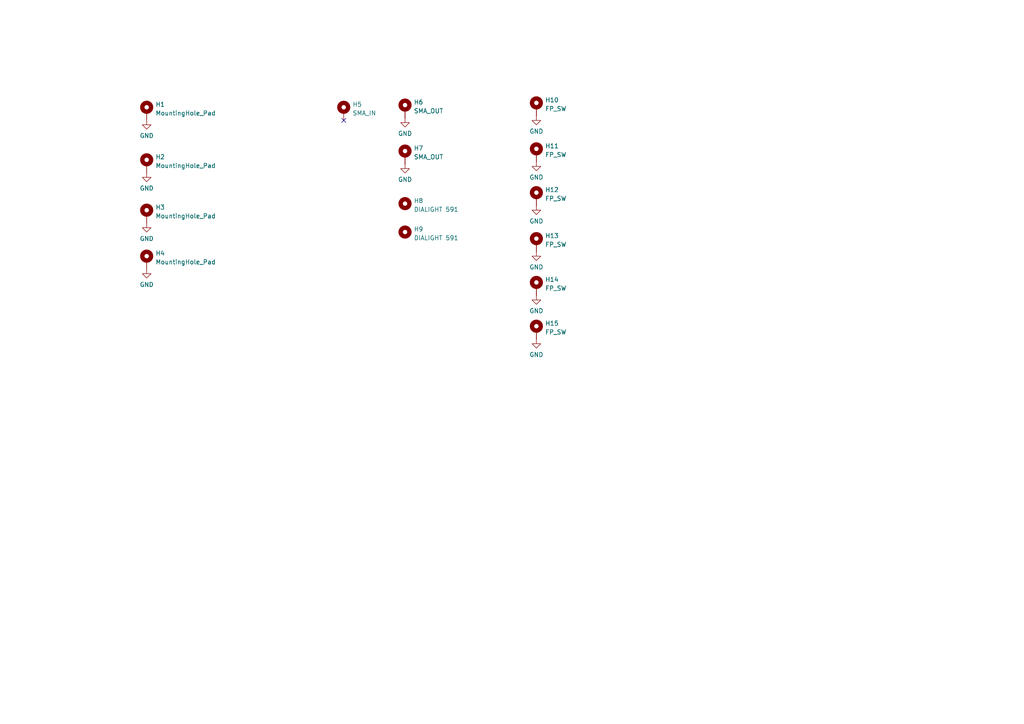
<source format=kicad_sch>
(kicad_sch (version 20211123) (generator eeschema)

  (uuid 33890f72-c4d4-4e44-b41f-00cc91c59937)

  (paper "A4")

  (lib_symbols
    (symbol "Mechanical:MountingHole" (pin_names (offset 1.016)) (in_bom yes) (on_board yes)
      (property "Reference" "H" (id 0) (at 0 5.08 0)
        (effects (font (size 1.27 1.27)))
      )
      (property "Value" "MountingHole" (id 1) (at 0 3.175 0)
        (effects (font (size 1.27 1.27)))
      )
      (property "Footprint" "" (id 2) (at 0 0 0)
        (effects (font (size 1.27 1.27)) hide)
      )
      (property "Datasheet" "~" (id 3) (at 0 0 0)
        (effects (font (size 1.27 1.27)) hide)
      )
      (property "ki_keywords" "mounting hole" (id 4) (at 0 0 0)
        (effects (font (size 1.27 1.27)) hide)
      )
      (property "ki_description" "Mounting Hole without connection" (id 5) (at 0 0 0)
        (effects (font (size 1.27 1.27)) hide)
      )
      (property "ki_fp_filters" "MountingHole*" (id 6) (at 0 0 0)
        (effects (font (size 1.27 1.27)) hide)
      )
      (symbol "MountingHole_0_1"
        (circle (center 0 0) (radius 1.27)
          (stroke (width 1.27) (type default) (color 0 0 0 0))
          (fill (type none))
        )
      )
    )
    (symbol "Mechanical:MountingHole_Pad" (pin_numbers hide) (pin_names (offset 1.016) hide) (in_bom yes) (on_board yes)
      (property "Reference" "H" (id 0) (at 0 6.35 0)
        (effects (font (size 1.27 1.27)))
      )
      (property "Value" "MountingHole_Pad" (id 1) (at 0 4.445 0)
        (effects (font (size 1.27 1.27)))
      )
      (property "Footprint" "" (id 2) (at 0 0 0)
        (effects (font (size 1.27 1.27)) hide)
      )
      (property "Datasheet" "~" (id 3) (at 0 0 0)
        (effects (font (size 1.27 1.27)) hide)
      )
      (property "ki_keywords" "mounting hole" (id 4) (at 0 0 0)
        (effects (font (size 1.27 1.27)) hide)
      )
      (property "ki_description" "Mounting Hole with connection" (id 5) (at 0 0 0)
        (effects (font (size 1.27 1.27)) hide)
      )
      (property "ki_fp_filters" "MountingHole*Pad*" (id 6) (at 0 0 0)
        (effects (font (size 1.27 1.27)) hide)
      )
      (symbol "MountingHole_Pad_0_1"
        (circle (center 0 1.27) (radius 1.27)
          (stroke (width 1.27) (type default) (color 0 0 0 0))
          (fill (type none))
        )
      )
      (symbol "MountingHole_Pad_1_1"
        (pin input line (at 0 -2.54 90) (length 2.54)
          (name "1" (effects (font (size 1.27 1.27))))
          (number "1" (effects (font (size 1.27 1.27))))
        )
      )
    )
    (symbol "power:GND" (power) (pin_names (offset 0)) (in_bom yes) (on_board yes)
      (property "Reference" "#PWR" (id 0) (at 0 -6.35 0)
        (effects (font (size 1.27 1.27)) hide)
      )
      (property "Value" "GND" (id 1) (at 0 -3.81 0)
        (effects (font (size 1.27 1.27)))
      )
      (property "Footprint" "" (id 2) (at 0 0 0)
        (effects (font (size 1.27 1.27)) hide)
      )
      (property "Datasheet" "" (id 3) (at 0 0 0)
        (effects (font (size 1.27 1.27)) hide)
      )
      (property "ki_keywords" "power-flag" (id 4) (at 0 0 0)
        (effects (font (size 1.27 1.27)) hide)
      )
      (property "ki_description" "Power symbol creates a global label with name \"GND\" , ground" (id 5) (at 0 0 0)
        (effects (font (size 1.27 1.27)) hide)
      )
      (symbol "GND_0_1"
        (polyline
          (pts
            (xy 0 0)
            (xy 0 -1.27)
            (xy 1.27 -1.27)
            (xy 0 -2.54)
            (xy -1.27 -1.27)
            (xy 0 -1.27)
          )
          (stroke (width 0) (type default) (color 0 0 0 0))
          (fill (type none))
        )
      )
      (symbol "GND_1_1"
        (pin power_in line (at 0 0 270) (length 0) hide
          (name "GND" (effects (font (size 1.27 1.27))))
          (number "1" (effects (font (size 1.27 1.27))))
        )
      )
    )
  )


  (no_connect (at 99.695 34.925) (uuid 09f50847-a7d8-47e0-b2c1-634c0e45d146))

  (symbol (lib_id "Mechanical:MountingHole_Pad") (at 99.695 32.385 0) (unit 1)
    (in_bom yes) (on_board yes) (fields_autoplaced)
    (uuid 033c9bf3-b309-4022-8241-d447c47bcfde)
    (property "Reference" "H5" (id 0) (at 102.235 30.2803 0)
      (effects (font (size 1.27 1.27)) (justify left))
    )
    (property "Value" "SMA_IN" (id 1) (at 102.235 32.8172 0)
      (effects (font (size 1.27 1.27)) (justify left))
    )
    (property "Footprint" "Connector_Coaxial:SMA_PanelMount" (id 2) (at 99.695 32.385 0)
      (effects (font (size 1.27 1.27)) hide)
    )
    (property "Datasheet" "~" (id 3) (at 99.695 32.385 0)
      (effects (font (size 1.27 1.27)) hide)
    )
    (pin "1" (uuid 2754e407-e39f-4710-8a66-15de3a81f00a))
  )

  (symbol (lib_id "power:GND") (at 117.475 34.29 0) (unit 1)
    (in_bom yes) (on_board yes) (fields_autoplaced)
    (uuid 03a6466c-4d2a-4d7d-a442-1fd904572bb3)
    (property "Reference" "#PWR05" (id 0) (at 117.475 40.64 0)
      (effects (font (size 1.27 1.27)) hide)
    )
    (property "Value" "GND" (id 1) (at 117.475 38.7334 0))
    (property "Footprint" "" (id 2) (at 117.475 34.29 0)
      (effects (font (size 1.27 1.27)) hide)
    )
    (property "Datasheet" "" (id 3) (at 117.475 34.29 0)
      (effects (font (size 1.27 1.27)) hide)
    )
    (pin "1" (uuid d1f1445c-5059-44a9-9415-947717944c05))
  )

  (symbol (lib_id "power:GND") (at 155.575 33.655 0) (unit 1)
    (in_bom yes) (on_board yes) (fields_autoplaced)
    (uuid 07bbe787-a025-49e7-8de7-0949dc38df21)
    (property "Reference" "#PWR07" (id 0) (at 155.575 40.005 0)
      (effects (font (size 1.27 1.27)) hide)
    )
    (property "Value" "GND" (id 1) (at 155.575 38.0984 0))
    (property "Footprint" "" (id 2) (at 155.575 33.655 0)
      (effects (font (size 1.27 1.27)) hide)
    )
    (property "Datasheet" "" (id 3) (at 155.575 33.655 0)
      (effects (font (size 1.27 1.27)) hide)
    )
    (pin "1" (uuid 71813193-7873-4848-a87b-4344f0380930))
  )

  (symbol (lib_id "power:GND") (at 155.575 85.725 0) (unit 1)
    (in_bom yes) (on_board yes) (fields_autoplaced)
    (uuid 1066779a-0dc4-4d84-8724-a1ed342ba55c)
    (property "Reference" "#PWR011" (id 0) (at 155.575 92.075 0)
      (effects (font (size 1.27 1.27)) hide)
    )
    (property "Value" "GND" (id 1) (at 155.575 90.1684 0))
    (property "Footprint" "" (id 2) (at 155.575 85.725 0)
      (effects (font (size 1.27 1.27)) hide)
    )
    (property "Datasheet" "" (id 3) (at 155.575 85.725 0)
      (effects (font (size 1.27 1.27)) hide)
    )
    (pin "1" (uuid 917c44e3-e3e8-4818-89a1-7d780399b7eb))
  )

  (symbol (lib_id "Mechanical:MountingHole_Pad") (at 117.475 45.085 0) (unit 1)
    (in_bom yes) (on_board yes) (fields_autoplaced)
    (uuid 16c58d99-5a57-47d1-8ed1-ec0d8c4b4537)
    (property "Reference" "H7" (id 0) (at 120.015 42.9803 0)
      (effects (font (size 1.27 1.27)) (justify left))
    )
    (property "Value" "SMA_OUT" (id 1) (at 120.015 45.5172 0)
      (effects (font (size 1.27 1.27)) (justify left))
    )
    (property "Footprint" "Connector_Coaxial:SMA_PanelMount" (id 2) (at 117.475 45.085 0)
      (effects (font (size 1.27 1.27)) hide)
    )
    (property "Datasheet" "~" (id 3) (at 117.475 45.085 0)
      (effects (font (size 1.27 1.27)) hide)
    )
    (pin "1" (uuid b5e46137-190b-4f90-8a4b-0c73a1112167))
  )

  (symbol (lib_id "Mechanical:MountingHole_Pad") (at 42.545 62.23 0) (unit 1)
    (in_bom yes) (on_board yes) (fields_autoplaced)
    (uuid 1cdb68db-bd7d-4c65-92b4-531978f02b83)
    (property "Reference" "H3" (id 0) (at 45.085 60.1253 0)
      (effects (font (size 1.27 1.27)) (justify left))
    )
    (property "Value" "MountingHole_Pad" (id 1) (at 45.085 62.6622 0)
      (effects (font (size 1.27 1.27)) (justify left))
    )
    (property "Footprint" "MountingHole:MountingHole_4.3mm_M4_ISO7380" (id 2) (at 42.545 62.23 0)
      (effects (font (size 1.27 1.27)) hide)
    )
    (property "Datasheet" "~" (id 3) (at 42.545 62.23 0)
      (effects (font (size 1.27 1.27)) hide)
    )
    (pin "1" (uuid 34db8a2d-6f91-4516-af64-35725c9fe546))
  )

  (symbol (lib_id "power:GND") (at 42.545 64.77 0) (unit 1)
    (in_bom yes) (on_board yes) (fields_autoplaced)
    (uuid 36e2204f-a42c-446c-be21-ebb29c9bca71)
    (property "Reference" "#PWR03" (id 0) (at 42.545 71.12 0)
      (effects (font (size 1.27 1.27)) hide)
    )
    (property "Value" "GND" (id 1) (at 42.545 69.2134 0))
    (property "Footprint" "" (id 2) (at 42.545 64.77 0)
      (effects (font (size 1.27 1.27)) hide)
    )
    (property "Datasheet" "" (id 3) (at 42.545 64.77 0)
      (effects (font (size 1.27 1.27)) hide)
    )
    (pin "1" (uuid 73228880-3976-4a43-a82b-66349d4c7690))
  )

  (symbol (lib_id "Mechanical:MountingHole_Pad") (at 117.475 31.75 0) (unit 1)
    (in_bom yes) (on_board yes) (fields_autoplaced)
    (uuid 39dd265f-ab7f-46b4-962b-76f69ef161b1)
    (property "Reference" "H6" (id 0) (at 120.015 29.6453 0)
      (effects (font (size 1.27 1.27)) (justify left))
    )
    (property "Value" "SMA_OUT" (id 1) (at 120.015 32.1822 0)
      (effects (font (size 1.27 1.27)) (justify left))
    )
    (property "Footprint" "Connector_Coaxial:SMA_PanelMount" (id 2) (at 117.475 31.75 0)
      (effects (font (size 1.27 1.27)) hide)
    )
    (property "Datasheet" "~" (id 3) (at 117.475 31.75 0)
      (effects (font (size 1.27 1.27)) hide)
    )
    (pin "1" (uuid 5f9b465a-e09e-4a71-91df-5606054f6a00))
  )

  (symbol (lib_id "Mechanical:MountingHole") (at 117.475 67.31 0) (unit 1)
    (in_bom yes) (on_board yes) (fields_autoplaced)
    (uuid 3d3272ec-1cb8-4828-96cc-0f73fe19a3b1)
    (property "Reference" "H9" (id 0) (at 120.015 66.4753 0)
      (effects (font (size 1.27 1.27)) (justify left))
    )
    (property "Value" "DIALIGHT 591" (id 1) (at 120.015 69.0122 0)
      (effects (font (size 1.27 1.27)) (justify left))
    )
    (property "Footprint" "MountingHole:MountingHole_3.2mm_M3_DIN965" (id 2) (at 117.475 67.31 0)
      (effects (font (size 1.27 1.27)) hide)
    )
    (property "Datasheet" "~" (id 3) (at 117.475 67.31 0)
      (effects (font (size 1.27 1.27)) hide)
    )
  )

  (symbol (lib_id "power:GND") (at 155.575 59.69 0) (unit 1)
    (in_bom yes) (on_board yes) (fields_autoplaced)
    (uuid 48e1dca4-1d5d-4df7-bab2-18c60beff56c)
    (property "Reference" "#PWR09" (id 0) (at 155.575 66.04 0)
      (effects (font (size 1.27 1.27)) hide)
    )
    (property "Value" "GND" (id 1) (at 155.575 64.1334 0))
    (property "Footprint" "" (id 2) (at 155.575 59.69 0)
      (effects (font (size 1.27 1.27)) hide)
    )
    (property "Datasheet" "" (id 3) (at 155.575 59.69 0)
      (effects (font (size 1.27 1.27)) hide)
    )
    (pin "1" (uuid dc50b8b8-8a1d-446a-9dee-1fb96f85e9a1))
  )

  (symbol (lib_id "power:GND") (at 42.545 34.925 0) (unit 1)
    (in_bom yes) (on_board yes) (fields_autoplaced)
    (uuid 50c14e89-3766-4b89-bf53-e6e3b5e09db1)
    (property "Reference" "#PWR01" (id 0) (at 42.545 41.275 0)
      (effects (font (size 1.27 1.27)) hide)
    )
    (property "Value" "GND" (id 1) (at 42.545 39.3684 0))
    (property "Footprint" "" (id 2) (at 42.545 34.925 0)
      (effects (font (size 1.27 1.27)) hide)
    )
    (property "Datasheet" "" (id 3) (at 42.545 34.925 0)
      (effects (font (size 1.27 1.27)) hide)
    )
    (pin "1" (uuid 0b7b6b80-ae94-4b1b-a38e-a90a7895e1d0))
  )

  (symbol (lib_id "Mechanical:MountingHole_Pad") (at 155.575 44.45 0) (unit 1)
    (in_bom yes) (on_board yes) (fields_autoplaced)
    (uuid 6829c22b-f393-4c5c-ae8e-f6b3523072a4)
    (property "Reference" "H11" (id 0) (at 158.115 42.3453 0)
      (effects (font (size 1.27 1.27)) (justify left))
    )
    (property "Value" "FP_SW" (id 1) (at 158.115 44.8822 0)
      (effects (font (size 1.27 1.27)) (justify left))
    )
    (property "Footprint" "Panel_Cutouts:PanelCutout_6.5mm_PTH" (id 2) (at 155.575 44.45 0)
      (effects (font (size 1.27 1.27)) hide)
    )
    (property "Datasheet" "~" (id 3) (at 155.575 44.45 0)
      (effects (font (size 1.27 1.27)) hide)
    )
    (pin "1" (uuid b561e7aa-6a06-462b-a6c3-f77907d39457))
  )

  (symbol (lib_id "Mechanical:MountingHole_Pad") (at 155.575 57.15 0) (unit 1)
    (in_bom yes) (on_board yes) (fields_autoplaced)
    (uuid 6f824c6b-bf79-4a10-82e7-6f807ba3c278)
    (property "Reference" "H12" (id 0) (at 158.115 55.0453 0)
      (effects (font (size 1.27 1.27)) (justify left))
    )
    (property "Value" "FP_SW" (id 1) (at 158.115 57.5822 0)
      (effects (font (size 1.27 1.27)) (justify left))
    )
    (property "Footprint" "Panel_Cutouts:PanelCutout_6.5mm_PTH" (id 2) (at 155.575 57.15 0)
      (effects (font (size 1.27 1.27)) hide)
    )
    (property "Datasheet" "~" (id 3) (at 155.575 57.15 0)
      (effects (font (size 1.27 1.27)) hide)
    )
    (pin "1" (uuid ab3de18f-8a0f-4659-a59d-1ce038dffc82))
  )

  (symbol (lib_id "power:GND") (at 42.545 78.105 0) (unit 1)
    (in_bom yes) (on_board yes) (fields_autoplaced)
    (uuid 83133a4b-e819-4022-bd3a-008b4d95a0ea)
    (property "Reference" "#PWR04" (id 0) (at 42.545 84.455 0)
      (effects (font (size 1.27 1.27)) hide)
    )
    (property "Value" "GND" (id 1) (at 42.545 82.5484 0))
    (property "Footprint" "" (id 2) (at 42.545 78.105 0)
      (effects (font (size 1.27 1.27)) hide)
    )
    (property "Datasheet" "" (id 3) (at 42.545 78.105 0)
      (effects (font (size 1.27 1.27)) hide)
    )
    (pin "1" (uuid a7f5ec96-5772-4e04-a75f-d6c64e2b0c02))
  )

  (symbol (lib_id "Mechanical:MountingHole_Pad") (at 155.575 83.185 0) (unit 1)
    (in_bom yes) (on_board yes) (fields_autoplaced)
    (uuid 8b9bf482-8df9-40ed-a3d0-1432d93a1c35)
    (property "Reference" "H14" (id 0) (at 158.115 81.0803 0)
      (effects (font (size 1.27 1.27)) (justify left))
    )
    (property "Value" "FP_SW" (id 1) (at 158.115 83.6172 0)
      (effects (font (size 1.27 1.27)) (justify left))
    )
    (property "Footprint" "Panel_Cutouts:PanelCutout_6.5mm_PTH" (id 2) (at 155.575 83.185 0)
      (effects (font (size 1.27 1.27)) hide)
    )
    (property "Datasheet" "~" (id 3) (at 155.575 83.185 0)
      (effects (font (size 1.27 1.27)) hide)
    )
    (pin "1" (uuid bb80fd00-a55a-4d6a-9576-4cc152f55eb5))
  )

  (symbol (lib_id "power:GND") (at 155.575 73.025 0) (unit 1)
    (in_bom yes) (on_board yes) (fields_autoplaced)
    (uuid 8c76561b-cdd0-4046-8479-ee6f1582d1a0)
    (property "Reference" "#PWR010" (id 0) (at 155.575 79.375 0)
      (effects (font (size 1.27 1.27)) hide)
    )
    (property "Value" "GND" (id 1) (at 155.575 77.4684 0))
    (property "Footprint" "" (id 2) (at 155.575 73.025 0)
      (effects (font (size 1.27 1.27)) hide)
    )
    (property "Datasheet" "" (id 3) (at 155.575 73.025 0)
      (effects (font (size 1.27 1.27)) hide)
    )
    (pin "1" (uuid 4696a96c-d8a5-4fca-bb6c-c2a7f1e46649))
  )

  (symbol (lib_id "Mechanical:MountingHole_Pad") (at 42.545 47.625 0) (unit 1)
    (in_bom yes) (on_board yes) (fields_autoplaced)
    (uuid 8cde16b8-2874-4e87-aeaf-a0422bea66b9)
    (property "Reference" "H2" (id 0) (at 45.085 45.5203 0)
      (effects (font (size 1.27 1.27)) (justify left))
    )
    (property "Value" "MountingHole_Pad" (id 1) (at 45.085 48.0572 0)
      (effects (font (size 1.27 1.27)) (justify left))
    )
    (property "Footprint" "MountingHole:MountingHole_4.3mm_M4_ISO7380" (id 2) (at 42.545 47.625 0)
      (effects (font (size 1.27 1.27)) hide)
    )
    (property "Datasheet" "~" (id 3) (at 42.545 47.625 0)
      (effects (font (size 1.27 1.27)) hide)
    )
    (pin "1" (uuid 99d7c815-fb37-4779-9b34-420aeeacfda3))
  )

  (symbol (lib_id "power:GND") (at 117.475 47.625 0) (unit 1)
    (in_bom yes) (on_board yes) (fields_autoplaced)
    (uuid a1d2b626-a8c3-4d52-babc-45b976e0b075)
    (property "Reference" "#PWR06" (id 0) (at 117.475 53.975 0)
      (effects (font (size 1.27 1.27)) hide)
    )
    (property "Value" "GND" (id 1) (at 117.475 52.0684 0))
    (property "Footprint" "" (id 2) (at 117.475 47.625 0)
      (effects (font (size 1.27 1.27)) hide)
    )
    (property "Datasheet" "" (id 3) (at 117.475 47.625 0)
      (effects (font (size 1.27 1.27)) hide)
    )
    (pin "1" (uuid f21ea3f8-f483-42e8-bd16-107148773eec))
  )

  (symbol (lib_id "Mechanical:MountingHole_Pad") (at 155.575 95.885 0) (unit 1)
    (in_bom yes) (on_board yes) (fields_autoplaced)
    (uuid aedf025a-ddca-4845-aa15-00a743ed2c72)
    (property "Reference" "H15" (id 0) (at 158.115 93.7803 0)
      (effects (font (size 1.27 1.27)) (justify left))
    )
    (property "Value" "FP_SW" (id 1) (at 158.115 96.3172 0)
      (effects (font (size 1.27 1.27)) (justify left))
    )
    (property "Footprint" "Panel_Cutouts:PanelCutout_6.5mm_PTH" (id 2) (at 155.575 95.885 0)
      (effects (font (size 1.27 1.27)) hide)
    )
    (property "Datasheet" "~" (id 3) (at 155.575 95.885 0)
      (effects (font (size 1.27 1.27)) hide)
    )
    (pin "1" (uuid e6f15a0b-6aa7-423c-805c-3c46902c22a0))
  )

  (symbol (lib_id "power:GND") (at 155.575 98.425 0) (unit 1)
    (in_bom yes) (on_board yes) (fields_autoplaced)
    (uuid cd1136d2-f6d7-4f99-8b25-a1d27d4424f7)
    (property "Reference" "#PWR012" (id 0) (at 155.575 104.775 0)
      (effects (font (size 1.27 1.27)) hide)
    )
    (property "Value" "GND" (id 1) (at 155.575 102.8684 0))
    (property "Footprint" "" (id 2) (at 155.575 98.425 0)
      (effects (font (size 1.27 1.27)) hide)
    )
    (property "Datasheet" "" (id 3) (at 155.575 98.425 0)
      (effects (font (size 1.27 1.27)) hide)
    )
    (pin "1" (uuid 130dc1c7-87e1-4bdb-b858-0bbb1bbfe8bb))
  )

  (symbol (lib_id "Mechanical:MountingHole_Pad") (at 42.545 32.385 0) (unit 1)
    (in_bom yes) (on_board yes) (fields_autoplaced)
    (uuid d1f257f1-2132-474e-9808-16849e07fa41)
    (property "Reference" "H1" (id 0) (at 45.085 30.2803 0)
      (effects (font (size 1.27 1.27)) (justify left))
    )
    (property "Value" "MountingHole_Pad" (id 1) (at 45.085 32.8172 0)
      (effects (font (size 1.27 1.27)) (justify left))
    )
    (property "Footprint" "MountingHole:MountingHole_4.3mm_M4_ISO7380" (id 2) (at 42.545 32.385 0)
      (effects (font (size 1.27 1.27)) hide)
    )
    (property "Datasheet" "~" (id 3) (at 42.545 32.385 0)
      (effects (font (size 1.27 1.27)) hide)
    )
    (pin "1" (uuid 951a6862-33fc-4134-bb71-2aad04f8b459))
  )

  (symbol (lib_id "Mechanical:MountingHole") (at 117.475 59.055 0) (unit 1)
    (in_bom yes) (on_board yes) (fields_autoplaced)
    (uuid d65d650f-2fe5-4a4e-befb-24be84aa6579)
    (property "Reference" "H8" (id 0) (at 120.015 58.2203 0)
      (effects (font (size 1.27 1.27)) (justify left))
    )
    (property "Value" "DIALIGHT 591" (id 1) (at 120.015 60.7572 0)
      (effects (font (size 1.27 1.27)) (justify left))
    )
    (property "Footprint" "MountingHole:MountingHole_3.2mm_M3_DIN965" (id 2) (at 117.475 59.055 0)
      (effects (font (size 1.27 1.27)) hide)
    )
    (property "Datasheet" "~" (id 3) (at 117.475 59.055 0)
      (effects (font (size 1.27 1.27)) hide)
    )
  )

  (symbol (lib_id "Mechanical:MountingHole_Pad") (at 42.545 75.565 0) (unit 1)
    (in_bom yes) (on_board yes) (fields_autoplaced)
    (uuid dcf2cc57-4c57-4629-bcbf-f53e4e49e422)
    (property "Reference" "H4" (id 0) (at 45.085 73.4603 0)
      (effects (font (size 1.27 1.27)) (justify left))
    )
    (property "Value" "MountingHole_Pad" (id 1) (at 45.085 75.9972 0)
      (effects (font (size 1.27 1.27)) (justify left))
    )
    (property "Footprint" "MountingHole:MountingHole_4.3mm_M4_ISO7380" (id 2) (at 42.545 75.565 0)
      (effects (font (size 1.27 1.27)) hide)
    )
    (property "Datasheet" "~" (id 3) (at 42.545 75.565 0)
      (effects (font (size 1.27 1.27)) hide)
    )
    (pin "1" (uuid d5852f04-e228-41f0-9ccf-2d3ed9a6e728))
  )

  (symbol (lib_id "power:GND") (at 155.575 46.99 0) (unit 1)
    (in_bom yes) (on_board yes) (fields_autoplaced)
    (uuid e250d363-ed6a-481a-a640-6ca2b06be373)
    (property "Reference" "#PWR08" (id 0) (at 155.575 53.34 0)
      (effects (font (size 1.27 1.27)) hide)
    )
    (property "Value" "GND" (id 1) (at 155.575 51.4334 0))
    (property "Footprint" "" (id 2) (at 155.575 46.99 0)
      (effects (font (size 1.27 1.27)) hide)
    )
    (property "Datasheet" "" (id 3) (at 155.575 46.99 0)
      (effects (font (size 1.27 1.27)) hide)
    )
    (pin "1" (uuid 2b079646-80c4-4b4b-bec7-ea3bf085f219))
  )

  (symbol (lib_id "Mechanical:MountingHole_Pad") (at 155.575 70.485 0) (unit 1)
    (in_bom yes) (on_board yes) (fields_autoplaced)
    (uuid e2d4cbef-a7c1-43cd-a911-817aba1b8f3a)
    (property "Reference" "H13" (id 0) (at 158.115 68.3803 0)
      (effects (font (size 1.27 1.27)) (justify left))
    )
    (property "Value" "FP_SW" (id 1) (at 158.115 70.9172 0)
      (effects (font (size 1.27 1.27)) (justify left))
    )
    (property "Footprint" "Panel_Cutouts:PanelCutout_6.5mm_PTH" (id 2) (at 155.575 70.485 0)
      (effects (font (size 1.27 1.27)) hide)
    )
    (property "Datasheet" "~" (id 3) (at 155.575 70.485 0)
      (effects (font (size 1.27 1.27)) hide)
    )
    (pin "1" (uuid 147b5923-565f-4310-8544-62852ad059fd))
  )

  (symbol (lib_id "Mechanical:MountingHole_Pad") (at 155.575 31.115 0) (unit 1)
    (in_bom yes) (on_board yes) (fields_autoplaced)
    (uuid f1bc4e82-968f-4560-9f80-473abf4c491f)
    (property "Reference" "H10" (id 0) (at 158.115 29.0103 0)
      (effects (font (size 1.27 1.27)) (justify left))
    )
    (property "Value" "FP_SW" (id 1) (at 158.115 31.5472 0)
      (effects (font (size 1.27 1.27)) (justify left))
    )
    (property "Footprint" "Panel_Cutouts:PanelCutout_6.5mm_PTH" (id 2) (at 155.575 31.115 0)
      (effects (font (size 1.27 1.27)) hide)
    )
    (property "Datasheet" "~" (id 3) (at 155.575 31.115 0)
      (effects (font (size 1.27 1.27)) hide)
    )
    (pin "1" (uuid c956065d-e3c0-4104-9974-187711c5877f))
  )

  (symbol (lib_id "power:GND") (at 42.545 50.165 0) (unit 1)
    (in_bom yes) (on_board yes) (fields_autoplaced)
    (uuid f65340b9-5091-41ee-9cc3-37827220fdc4)
    (property "Reference" "#PWR02" (id 0) (at 42.545 56.515 0)
      (effects (font (size 1.27 1.27)) hide)
    )
    (property "Value" "GND" (id 1) (at 42.545 54.6084 0))
    (property "Footprint" "" (id 2) (at 42.545 50.165 0)
      (effects (font (size 1.27 1.27)) hide)
    )
    (property "Datasheet" "" (id 3) (at 42.545 50.165 0)
      (effects (font (size 1.27 1.27)) hide)
    )
    (pin "1" (uuid 4d3bf05d-fc09-4f44-8f4c-40f588c0f24c))
  )

  (sheet_instances
    (path "/" (page "1"))
  )

  (symbol_instances
    (path "/50c14e89-3766-4b89-bf53-e6e3b5e09db1"
      (reference "#PWR01") (unit 1) (value "GND") (footprint "")
    )
    (path "/f65340b9-5091-41ee-9cc3-37827220fdc4"
      (reference "#PWR02") (unit 1) (value "GND") (footprint "")
    )
    (path "/36e2204f-a42c-446c-be21-ebb29c9bca71"
      (reference "#PWR03") (unit 1) (value "GND") (footprint "")
    )
    (path "/83133a4b-e819-4022-bd3a-008b4d95a0ea"
      (reference "#PWR04") (unit 1) (value "GND") (footprint "")
    )
    (path "/03a6466c-4d2a-4d7d-a442-1fd904572bb3"
      (reference "#PWR05") (unit 1) (value "GND") (footprint "")
    )
    (path "/a1d2b626-a8c3-4d52-babc-45b976e0b075"
      (reference "#PWR06") (unit 1) (value "GND") (footprint "")
    )
    (path "/07bbe787-a025-49e7-8de7-0949dc38df21"
      (reference "#PWR07") (unit 1) (value "GND") (footprint "")
    )
    (path "/e250d363-ed6a-481a-a640-6ca2b06be373"
      (reference "#PWR08") (unit 1) (value "GND") (footprint "")
    )
    (path "/48e1dca4-1d5d-4df7-bab2-18c60beff56c"
      (reference "#PWR09") (unit 1) (value "GND") (footprint "")
    )
    (path "/8c76561b-cdd0-4046-8479-ee6f1582d1a0"
      (reference "#PWR010") (unit 1) (value "GND") (footprint "")
    )
    (path "/1066779a-0dc4-4d84-8724-a1ed342ba55c"
      (reference "#PWR011") (unit 1) (value "GND") (footprint "")
    )
    (path "/cd1136d2-f6d7-4f99-8b25-a1d27d4424f7"
      (reference "#PWR012") (unit 1) (value "GND") (footprint "")
    )
    (path "/d1f257f1-2132-474e-9808-16849e07fa41"
      (reference "H1") (unit 1) (value "MountingHole_Pad") (footprint "MountingHole:MountingHole_4.3mm_M4_ISO7380")
    )
    (path "/8cde16b8-2874-4e87-aeaf-a0422bea66b9"
      (reference "H2") (unit 1) (value "MountingHole_Pad") (footprint "MountingHole:MountingHole_4.3mm_M4_ISO7380")
    )
    (path "/1cdb68db-bd7d-4c65-92b4-531978f02b83"
      (reference "H3") (unit 1) (value "MountingHole_Pad") (footprint "MountingHole:MountingHole_4.3mm_M4_ISO7380")
    )
    (path "/dcf2cc57-4c57-4629-bcbf-f53e4e49e422"
      (reference "H4") (unit 1) (value "MountingHole_Pad") (footprint "MountingHole:MountingHole_4.3mm_M4_ISO7380")
    )
    (path "/033c9bf3-b309-4022-8241-d447c47bcfde"
      (reference "H5") (unit 1) (value "SMA_IN") (footprint "Connector_Coaxial:SMA_PanelMount")
    )
    (path "/39dd265f-ab7f-46b4-962b-76f69ef161b1"
      (reference "H6") (unit 1) (value "SMA_OUT") (footprint "Connector_Coaxial:SMA_PanelMount")
    )
    (path "/16c58d99-5a57-47d1-8ed1-ec0d8c4b4537"
      (reference "H7") (unit 1) (value "SMA_OUT") (footprint "Connector_Coaxial:SMA_PanelMount")
    )
    (path "/d65d650f-2fe5-4a4e-befb-24be84aa6579"
      (reference "H8") (unit 1) (value "DIALIGHT 591") (footprint "MountingHole:MountingHole_3.2mm_M3_DIN965")
    )
    (path "/3d3272ec-1cb8-4828-96cc-0f73fe19a3b1"
      (reference "H9") (unit 1) (value "DIALIGHT 591") (footprint "MountingHole:MountingHole_3.2mm_M3_DIN965")
    )
    (path "/f1bc4e82-968f-4560-9f80-473abf4c491f"
      (reference "H10") (unit 1) (value "FP_SW") (footprint "Panel_Cutouts:PanelCutout_6.5mm_PTH")
    )
    (path "/6829c22b-f393-4c5c-ae8e-f6b3523072a4"
      (reference "H11") (unit 1) (value "FP_SW") (footprint "Panel_Cutouts:PanelCutout_6.5mm_PTH")
    )
    (path "/6f824c6b-bf79-4a10-82e7-6f807ba3c278"
      (reference "H12") (unit 1) (value "FP_SW") (footprint "Panel_Cutouts:PanelCutout_6.5mm_PTH")
    )
    (path "/e2d4cbef-a7c1-43cd-a911-817aba1b8f3a"
      (reference "H13") (unit 1) (value "FP_SW") (footprint "Panel_Cutouts:PanelCutout_6.5mm_PTH")
    )
    (path "/8b9bf482-8df9-40ed-a3d0-1432d93a1c35"
      (reference "H14") (unit 1) (value "FP_SW") (footprint "Panel_Cutouts:PanelCutout_6.5mm_PTH")
    )
    (path "/aedf025a-ddca-4845-aa15-00a743ed2c72"
      (reference "H15") (unit 1) (value "FP_SW") (footprint "Panel_Cutouts:PanelCutout_6.5mm_PTH")
    )
  )
)

</source>
